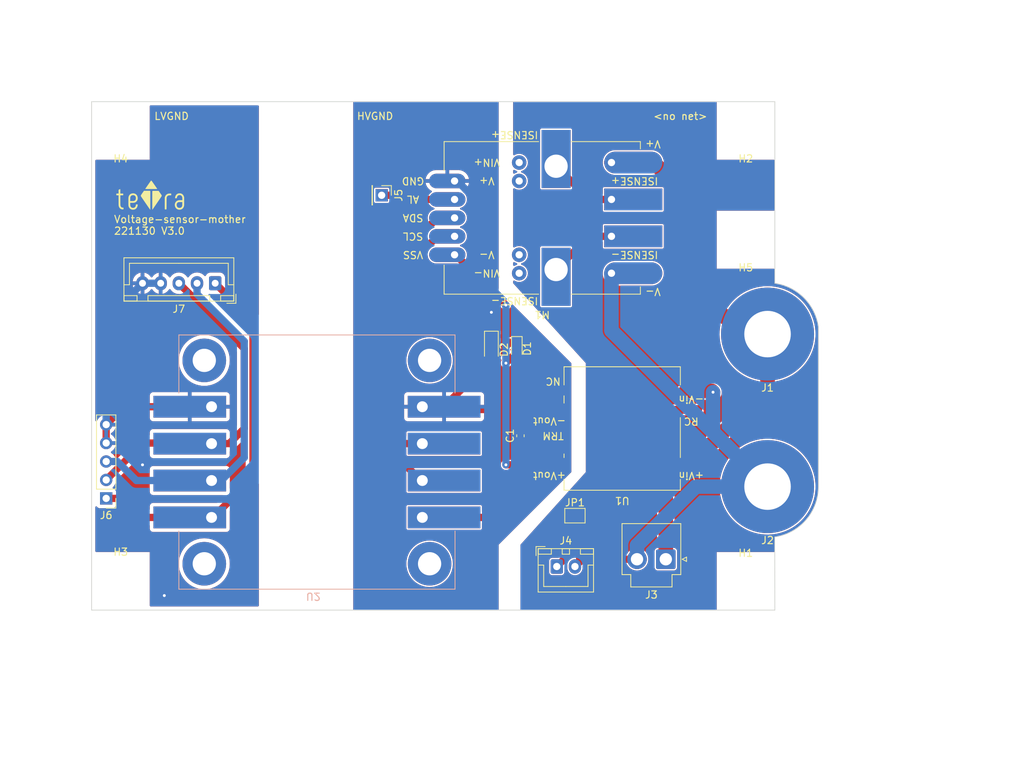
<source format=kicad_pcb>
(kicad_pcb (version 20211014) (generator pcbnew)
  (title_block (title "Voltage sensor mother board") (date "2022-11-30") (rev "3.0") (company "teTra Aviaiton Corp.") (comment 1 "v1.2: fix AE-ADuM1250 size") (comment 2 "v1.3: fit connection motorcapacitorboard") (comment 3 "v2.0: add LED and capacitor") (comment 4 "v2.1: fix edge cut 100.1 -> 100") (comment 5 "v3.0: flip AE-Adum1250 module, side1 and side2"))
  (layers (0 "F.Cu" signal) (31 "B.Cu" signal) (34 "B.Paste" user) (35 "F.Paste" user) (36 "B.SilkS" user "B.Silkscreen") (37 "F.SilkS" user "F.Silkscreen") (38 "B.Mask" user) (39 "F.Mask" user) (44 "Edge.Cuts" user))
  (net 0 "")
  (net 1 "VBAT+")
  (net 2 "VBAT-")
  (net 3 "Net-(J4-Pad1)")
  (net 4 "Net-(J5-Pad1)")
  (net 5 "Net-(J6-Pad1)")
  (net 6 "Net-(J6-Pad2)")
  (net 7 "Net-(J6-Pad3)")
  (net 8 "Net-(C1-Pad1)")
  (net 9 "Net-(M1-Pad2)")
  (net 10 "Net-(M1-Pad3)")
  (net 11 "unconnected-(M1-Pad7)")
  (net 12 "unconnected-(M1-Pad8)")
  (net 15 "LVGND")
  (net 16 "HVGND")
  (net 17 "Net-(D1-Pad1)")
  (footprint "MountingHole:MountingHole_3.2mm_M3_ISO7380" (layer "F.Cu") (at 140 54 180)
    (fp_text reference "H2" (at 0 -3.85) (layer "F.SilkS"))
    (fp_text value "MountingHole")
    (pad "" np_thru_hole circle locked (at 0 0 180) (size 3.2 3.2) (drill 3.2) (layers *.Cu *.Mask))
  )
  (footprint "Connector_PinHeader_2.54mm:PinHeader_1x05_P2.54mm_Vertical" (layer "F.Cu") (at 52 104.62 180)
    (fp_text reference "J6" (at 0 -2.33) (layer "F.SilkS"))
    (fp_text value "Conn_01x05_Female")
    (pad "1" thru_hole rect locked (at 0 0 180) (size 1.7 1.7) (drill 1) (layers *.Cu *.Mask) (net 5 "Net-(J6-Pad1)"))
    (pad "2" thru_hole oval locked (at 0 2.54 180) (size 1.7 1.7) (drill 1) (layers *.Cu *.Mask) (net 6 "Net-(J6-Pad2)"))
    (pad "3" thru_hole oval locked (at 0 5.08 180) (size 1.7 1.7) (drill 1) (layers *.Cu *.Mask) (net 7 "Net-(J6-Pad3)"))
    (pad "4" thru_hole oval locked (at 0 7.62 180) (size 1.7 1.7) (drill 1) (layers *.Cu *.Mask) (net 15 "LVGND"))
    (pad "5" thru_hole oval locked (at 0 10.16 180) (size 1.7 1.7) (drill 1) (layers *.Cu *.Mask) (net 15 "LVGND"))
  )
  (footprint "MountingHole:MountingHole_3.2mm_M3_ISO7380" (layer "F.Cu") (at 140 69 180)
    (fp_text reference "H5" (at 0 -3.85) (layer "F.SilkS"))
    (fp_text value "MountingHole")
    (pad "" np_thru_hole circle locked (at 0 0 180) (size 3.2 3.2) (drill 3.2) (layers *.Cu *.Mask))
  )
  (footprint "kicad_teTra_footprint:INA238_module" (layer "F.Cu") (at 112 66 180)
    (fp_text reference "M1" (at 0 -13.335 180 unlocked) (layer "F.SilkS"))
    (fp_text value "INA238_module")
    (fp_text user "VSS" (at 17.78 -5.08 180 unlocked) (layer "F.SilkS"))
    (fp_text user "V-" (at 7.62 -5.08 180 unlocked) (layer "F.SilkS"))
    (fp_text user "GND" (at 17.78 5.08 180 unlocked) (layer "F.SilkS"))
    (fp_text user "ISENSE-" (at -12.7 -5.08 180 unlocked) (layer "F.SilkS"))
    (fp_text user "ISENSE+" (at 3.81 11.43 180 unlocked) (layer "F.SilkS"))
    (fp_text user "VIN-" (at 7.62 -7.62 180 unlocked) (layer "F.SilkS"))
    (fp_text user "V+" (at -15.24 10.16 180 unlocked) (layer "F.SilkS"))
    (fp_text user "SCL" (at 17.78 -2.54 180 unlocked) (layer "F.SilkS"))
    (fp_text user "VIN+" (at 7.62 7.62 180 unlocked) (layer "F.SilkS"))
    (fp_text user "ISENSE-" (at 3.81 -11.43 180 unlocked) (layer "F.SilkS"))
    (fp_text user "ISENSE+" (at -12.7 5.08 180 unlocked) (layer "F.SilkS"))
    (fp_text user "SDA" (at 17.78 0 180 unlocked) (layer "F.SilkS"))
    (fp_text user "V-" (at -15.24 -10.16 180 unlocked) (layer "F.SilkS"))
    (fp_text user "AL" (at 17.78 2.54 180 unlocked) (layer "F.SilkS"))
    (fp_text user "V+" (at 7.62 5.08 180 unlocked) (layer "F.SilkS"))
    (pad "" thru_hole circle (at 3.175 5.08 180) (size 2 2) (drill 1) (layers *.Cu *.Mask))
    (pad "" thru_hole circle (at 3.175 -7.62 180) (size 2 2) (drill 1) (layers *.Cu *.Mask))
    (pad "" thru_hole circle (at 3.175 -5.08 180) (size 2 2) (drill 1) (layers *.Cu *.Mask))
    (pad "" thru_hole circle (at 3.175 7.62 180) (size 2 2) (drill 1) (layers *.Cu *.Mask))
    (pad "1" thru_hole oval (at 12.065 -5.08 180) (size 5 2) (drill 1 (offset 1 0)) (layers *.Cu *.Mask) (net 8 "Net-(C1-Pad1)"))
    (pad "2" thru_hole oval (at 12.065 -2.54 180) (size 5 2) (drill 1 (offset 1 0)) (layers *.Cu *.Mask) (net 9 "Net-(M1-Pad2)"))
    (pad "3" thru_hole oval (at 12.065 0 180) (size 5 2) (drill 1 (offset 1 0)) (layers *.Cu *.Mask) (net 10 "Net-(M1-Pad3)"))
    (pad "4" thru_hole oval (at 12.065 2.54 180) (size 5 2) (drill 1 (offset 1 0)) (layers *.Cu *.Mask) (net 4 "Net-(J5-Pad1)"))
    (pad "5" thru_hole oval (at 12.065 5.08 180) (size 5 2) (drill 1 (offset 1 0)) (layers *.Cu *.Mask) (net 16 "HVGND"))
    (pad "6" thru_hole oval (at -9.525 -7.62 180) (size 8 3) (drill 1 (offset -3 0)) (layers *.Cu *.Mask) (net 2 "VBAT-"))
    (pad "7" thru_hole rect (at -1.905 -7.112 180) (size 4 8) (drill 3.2 (offset 0 -1)) (layers *.Cu *.Mask) (net 11 "unconnected-(M1-Pad7)"))
    (pad "7" thru_hole rect (at -9.525 -2.54 180) (size 8 3) (drill 1 (offset -3 0)) (layers *.Cu *.Mask) (net 11 "unconnected-(M1-Pad7)"))
    (pad "8" thru_hole rect (at -9.525 2.54 180) (size 8 3) (drill 1 (offset -3 0)) (layers *.Cu *.Mask) (net 12 "unconnected-(M1-Pad8)"))
    (pad "8" thru_hole rect (at -1.905 7.112 180) (size 4 8) (drill 3.2 (offset 0 1)) (layers *.Cu *.Mask) (net 12 "unconnected-(M1-Pad8)"))
    (pad "9" thru_hole oval (at -9.525 7.62 180) (size 8 3) (drill 1 (offset -3 0)) (layers *.Cu *.Mask) (net 1 "VBAT+"))
  )
  (footprint "Connector_PinHeader_2.54mm:PinHeader_1x01_P2.54mm_Vertical" (layer "F.Cu") (at 89.905 62.888 -90)
    (fp_text reference "J5" (at 0 -2.33 90) (layer "F.SilkS"))
    (fp_text value "Conn_01x01_Female")
    (pad "1" thru_hole rect locked (at 0 0 270) (size 1.7 1.7) (drill 1) (layers *.Cu *.Mask) (net 4 "Net-(J5-Pad1)"))
  )
  (footprint "Connector_JST:JST_VH_B2P-VH-B_1x02_P3.96mm_Vertical" (layer "F.Cu") (at 129 113 180)
    (fp_text reference "J3" (at 1.98 -4.9) (layer "F.SilkS"))
    (fp_text value "Conn_01x02_Male")
    (pad "1" thru_hole roundrect locked (at 0 0 180) (size 2.7 2.7) (drill 1.7) (layers *.Cu *.Mask) (roundrect_rratio 0.09259296296) (net 1 "VBAT+"))
    (pad "2" thru_hole circle locked (at 3.96 0 180) (size 2.7 2.7) (drill 1.7) (layers *.Cu *.Mask) (net 2 "VBAT-"))
  )
  (footprint "kicad_teTra_footprint:CC1R5-4803SR-E" (layer "F.Cu") (at 123 100 180)
    (fp_text reference "U1" (at 0 -4.95 180 unlocked) (layer "F.SilkS"))
    (fp_text value "CC1R5-xxxxSx-E")
    (fp_text user "NC" (at 9.5 11.5 180 unlocked) (layer "F.SilkS"))
    (fp_text user "-Vin" (at -9.5 9 180 unlocked) (layer "F.SilkS"))
    (fp_text user "RC" (at -9.5 6 180 unlocked) (layer "F.SilkS"))
    (fp_text user "-Vout" (at 10 6 180 unlocked) (layer "F.SilkS"))
    (fp_text user "TRM" (at 9.5 4 180 unlocked) (layer "F.SilkS"))
    (fp_text user "+Vout" (at 10 -1.5 180 unlocked) (layer "F.SilkS"))
    (fp_text user "+Vin" (at -9.5 -1.5 180 unlocked) (layer "F.SilkS"))
    (pad "1" smd roundrect (at -9.4 0 180) (size 3.2 1.2) (layers "F.Cu" "F.Paste" "F.Mask") (net 1 "VBAT+"))
    (pad "2" smd roundrect (at -9.4 7.62 180) (size 3.2 1.2) (layers "F.Cu" "F.Paste" "F.Mask") (net 3 "Net-(J4-Pad1)"))
    (pad "3" smd roundrect (at -9.4 10.16 180) (size 3.2 1.2) (layers "F.Cu" "F.Paste" "F.Mask") (net 2 "VBAT-"))
    (pad "4" smd roundrect (at 9.4 10.16 180) (size 3.2 1.2) (layers "F.Cu" "F.Paste" "F.Mask"))
    (pad "5" smd roundrect (at 9.4 7.62 180) (size 3.2 1.2) (layers "F.Cu" "F.Paste" "F.Mask") (net 16 "HVGND"))
    (pad "6" smd roundrect (at 9.4 2.54 180) (size 3.2 1.2) (layers "F.Cu" "F.Paste" "F.Mask"))
    (pad "7" smd roundrect (at 9.4 0 180) (size 3.2 1.2) (layers "F.Cu" "F.Paste" "F.Mask") (net 8 "Net-(C1-Pad1)"))
  )
  (footprint "LED_SMD:LED_0603_1608Metric_Pad1.05x0.95mm_HandSolder" (layer "F.Cu") (at 108.5 84 -90)
    (fp_text reference "D1" (at 0 -1.43 90) (layer "F.SilkS"))
    (fp_text value "LED (Y/G)")
    (pad "1" smd roundrect locked (at -0.875 0 270) (size 1.05 0.95) (layers "F.Cu" "F.Paste" "F.Mask") (net 17 "Net-(D1-Pad1)"))
    (pad "2" smd roundrect locked (at 0.875 0 270) (size 1.05 0.95) (layers "F.Cu" "F.Paste" "F.Mask") (net 8 "Net-(C1-Pad1)"))
  )
  (footprint "MountingHole:MountingHole_6.4mm_M6_Pad_TopBottom" (layer "F.Cu") (at 143 103 180)
    (fp_text reference "J2" (at 0 -7.4) (layer "F.SilkS"))
    (fp_text value "Conn_01x01_Female_M6_hole")
    (pad "1" connect circle locked (at 0 0 180) (size 12.8 12.8) (layers "B.Cu" "B.Mask") (net 2 "VBAT-"))
    (pad "1" connect circle locked (at 0 0 180) (size 12.8 12.8) (layers "F.Cu" "F.Mask") (net 2 "VBAT-"))
    (pad "1" thru_hole circle locked (at 0 0 180) (size 6.8 6.8) (drill 6.4) (layers *.Cu *.Mask) (net 2 "VBAT-"))
  )
  (footprint "Connector_JST:JST_XH_B2B-XH-A_1x02_P2.50mm_Vertical" (layer "F.Cu") (at 114 114)
    (fp_text reference "J4" (at 1.25 -3.55) (layer "F.SilkS"))
    (fp_text value "Conn_01x02_Female")
    (pad "1" thru_hole roundrect locked (at 0 0) (size 1.7 2) (drill 1) (layers *.Cu *.Mask) (roundrect_rratio 0.1470588235) (net 3 "Net-(J4-Pad1)"))
    (pad "2" thru_hole oval locked (at 2.5 0) (size 1.7 2) (drill 1) (layers *.Cu *.Mask) (net 2 "VBAT-"))
  )
  (footprint "MountingHole:MountingHole_3.2mm_M3_ISO7380" (layer "F.Cu") (at 140 116)
    (fp_text reference "H1" (at 0 -3.85) (layer "F.SilkS"))
    (fp_text value "MountingHole")
    (pad "" np_thru_hole circle locked (at 0 0) (size 3.2 3.2) (drill 3.2) (layers *.Cu *.Mask))
  )
  (footprint "MountingHole:MountingHole_6.4mm_M6_Pad_TopBottom" (layer "F.Cu") (at 143 82 180)
    (fp_text reference "J1" (at 0 -7.4) (layer "F.SilkS"))
    (fp_text value "Conn_01x01_Female_M6_hole")
    (pad "1" connect circle locked (at 0 0 180) (size 12.8 12.8) (layers "F.Cu" "F.Mask") (net 1 "VBAT+"))
    (pad "1" thru_hole circle locked (at 0 0 180) (size 6.8 6.8) (drill 6.4) (layers *.Cu *.Mask) (net 1 "VBAT+"))
    (pad "1" connect circle locked (at 0 0 180) (size 12.8 12.8) (layers "B.Cu" "B.Mask") (net 1 "VBAT+"))
  )
  (footprint "kicad_teTra_footprint:CRD_S_Series" (layer "F.Cu") (at 105 84 -90)
    (fp_text reference "D2" (at 0.15 -1.75 90) (layer "F.SilkS"))
    (fp_text value "D")
    (pad "1" smd rect (at -1.7 0 270) (size 1.2 1.6) (layers "F.Cu" "F.Paste" "F.Mask") (net 16 "HVGND"))
    (pad "2" smd rect (at 1.7 0 270) (size 1.2 1.6) (layers "F.Cu" "F.Paste" "F.Mask") (net 17 "Net-(D1-Pad1)"))
  )
  (footprint "MountingHole:MountingHole_3.2mm_M3_ISO7380" (layer "F.Cu") (at 54 54 180)
    (fp_text reference "H4" (at 0 -3.85) (layer "F.SilkS"))
    (fp_text value "MountingHole")
    (pad "" np_thru_hole circle locked (at 0 0 180) (size 3.2 3.2) (drill 3.2) (layers *.Cu *.Mask))
  )
  (footprint "kicad_teTra_footprint:teTra-logo" (layer "F.Cu") (at 58 64)
    (fp_text reference "L1" hide)
    (fp_text value "Logo" hide)
  )
  (footprint "Jumper:SolderJumper-2_P1.3mm_Open_Pad1.0x1.5mm" (layer "F.Cu") (at 116.5 107)
    (fp_text reference "JP1" (at 0 -1.8) (layer "F.SilkS"))
    (fp_text value "SolderJumper_2_Open")
    (pad "1" smd rect locked (at -0.65 0) (size 1 1.5) (layers "F.Cu" "F.Mask") (net 3 "Net-(J4-Pad1)"))
    (pad "2" smd rect locked (at 0.65 0) (size 1 1.5) (layers "F.Cu" "F.Mask") (net 2 "VBAT-"))
  )
  (footprint "MountingHole:MountingHole_3.2mm_M3_ISO7380" (layer "F.Cu") (at 54 116 180)
    (fp_text reference "H3" (at 0 4) (layer "F.SilkS"))
    (fp_text value "MountingHole")
    (pad "" np_thru_hole circle locked (at 0 0 180) (size 3.2 3.2) (drill 3.2) (layers *.Cu *.Mask))
  )
  (footprint "Capacitor_SMD:C_0603_1608Metric_Pad1.08x0.95mm_HandSolder" (layer "F.Cu") (at 109 96 90)
    (fp_text reference "C1" (at 0 -1.43 90) (layer "F.SilkS"))
    (fp_text value "1608, 0.1uF")
    (pad "1" smd roundrect locked (at -0.8625 0 90) (size 1.075 0.95) (layers "F.Cu" "F.Paste" "F.Mask") (net 8 "Net-(C1-Pad1)"))
    (pad "2" smd roundrect locked (at 0.8625 0 90) (size 1.075 0.95) (layers "F.Cu" "F.Paste" "F.Mask") (net 16 "HVGND"))
  )
  (footprint "Connector_JST:JST_XH_B5B-XH-A_1x05_P2.50mm_Vertical" (layer "F.Cu") (at 67 75 180)
    (fp_text reference "J7" (at 5 -3.55) (layer "F.SilkS"))
    (fp_text value "Conn_01x05_Female")
    (pad "1" thru_hole roundrect locked (at 0 0 180) (size 1.7 1.95) (drill 0.95) (layers *.Cu *.Mask) (roundrect_rratio 0.1470588235) (net 5 "Net-(J6-Pad1)"))
    (pad "2" thru_hole oval locked (at 2.5 0 180) (size 1.7 1.95) (drill 0.95) (layers *.Cu *.Mask) (net 7 "Net-(J6-Pad3)"))
    (pad "3" thru_hole oval locked (at 5 0 180) (size 1.7 1.95) (drill 0.95) (layers *.Cu *.Mask) (net 6 "Net-(J6-Pad2)"))
    (pad "4" thru_hole oval locked (at 7.5 0 180) (size 1.7 1.95) (drill 0.95) (layers *.Cu *.Mask) (net 15 "LVGND"))
    (pad "5" thru_hole oval locked (at 10 0 180) (size 1.7 1.95) (drill 0.95) (layers *.Cu *.Mask) (net 15 "LVGND"))
  )
  (footprint "kicad_teTra_footprint:AE-ADuM1250_module" (layer "B.Cu") (at 81 99.62)
    (fp_text reference "U2" (at -0.5 18.5 180 unlocked) (layer "B.SilkS") (effects (justify mirror)))
    (fp_text value "AE-ADuM1250_module")
    (pad "" thru_hole circle (at 15.5 -14) (size 6 6) (drill 3.2) (layers *.Cu *.Mask))
    (pad "" thru_hole circle (at -15.5 14) (size 6 6) (drill 3.2) (layers *.Cu *.Mask))
    (pad "" thru_hole circle (at 15.5 14) (size 6 6) (drill 3.2) (layers *.Cu *.Mask))
    (pad "" thru_hole circle (at -15.5 -14) (size 6 6) (drill 3.2) (layers *.Cu *.Mask))
    (pad "1" thru_hole rect (at -14.5 7.62) (size 10 3) (drill 1.5 (offset -3 0)) (layers *.Cu *.Mask) (net 5 "Net-(J6-Pad1)"))
    (pad "2" thru_hole rect (at -14.5 2.54) (size 10 3) (drill 1.5 (offset -3 0)) (layers *.Cu *.Mask) (net 7 "Net-(J6-Pad3)"))
    (pad "3" thru_hole rect (at -14.5 -2.54) (size 10 3) (drill 1.5 (offset -3 0)) (layers *.Cu *.Mask) (net 6 "Net-(J6-Pad2)"))
    (pad "4" thru_hole rect (at -14.5 -7.62) (size 10 3) (drill 1.5 (offset -3 0)) (layers *.Cu *.Mask) (net 15 "LVGND"))
    (pad "5" thru_hole rect (at 14.5 7.62) (size 10 3) (drill 1.5 (offset 3 0)) (layers *.Cu *.Mask) (net 8 "Net-(C1-Pad1)"))
    (pad "6" thru_hole rect (at 14.5 2.54) (size 10 3) (drill 1.5 (offset 3 0)) (layers *.Cu *.Mask) (net 10 "Net-(M1-Pad3)"))
    (pad "7" thru_hole rect (at 14.5 -2.54) (size 10 3) (drill 1.5 (offset 3 0)) (layers *.Cu *.Mask) (net 9 "Net-(M1-Pad2)"))
    (pad "8" thru_hole rect (at 14.5 -7.62) (size 10 3) (drill 1.5 (offset 3 0)) (layers *.Cu *.Mask) (net 16 "HVGND"))
  )
  (gr_arc (start 144 75.000002) (mid 147.999999 77.000001) (end 149.999998 81) (layer "Edge.Cuts") (width 0.1))
  (gr_line (start 144 50) (end 50 50) (layer "Edge.Cuts") (width 0.1))
  (gr_line (start 143.989949 109.929646) (end 144 120) (layer "Edge.Cuts") (width 0.1))
  (gr_line (start 50 50) (end 50 120) (layer "Edge.Cuts") (width 0.1))
  (gr_line (start 150 81) (end 150 103) (layer "Edge.Cuts") (width 0.1))
  (gr_line (start 144 75.000001) (end 144 50) (layer "Edge.Cuts") (width 0.1))
  (gr_arc (start 150 103) (mid 148.288177 107.586412) (end 143.989949 109.929647) (layer "Edge.Cuts") (width 0.1))
  (gr_line (start 50 120) (end 144 120) (layer "Edge.Cuts") (width 0.1))
  (gr_text "HVGND" (at 89 52) (layer "F.SilkS") (effects (font (size 1 1))))
  (gr_text "<no net>" (at 131 52) (layer "F.SilkS") (effects (font (size 1 1))))
  (gr_text "LVGND" (at 61 52) (layer "F.SilkS") (effects (font (size 1 1))))
  (gr_text "Voltage-sensor-mother\n221130 V3.0" (at 53 67) (layer "F.SilkS") (effects (font (size 1 1)) (justify left)))
  (segment (start 129 113) (end 129 103.4) (width 2) (layer "F.Cu") (net 1))
  (segment (start 129 103.4) (end 132.4 100) (width 2) (layer "F.Cu") (net 1))
  (segment (start 139.5 82) (end 143 82) (width 2) (layer "F.Cu") (net 1))
  (segment (start 143 89.4) (end 132.4 100) (width 2) (layer "F.Cu") (net 1))
  (segment (start 121.525 58.38) (end 127.344022 58.38) (width 2) (layer "F.Cu") (net 1))
  (segment (start 133.5 64.535978) (end 133.5 76) (width 2) (layer "F.Cu") (net 1))
  (segment (start 133.5 76) (end 139.5 82) (width 2) (layer "F.Cu") (net 1))
  (segment (start 127.344022 58.38) (end 133.5 64.535978) (width 2) (layer "F.Cu") (net 1))
  (segment (start 143 82) (end 143 89.4) (width 2) (layer "F.Cu") (net 1))
  (segment (start 117.15 107) (end 117.15 113.35) (width 1) (layer "F.Cu") (net 2))
  (segment (start 132.4 89.84) (end 135.34 89.84) (width 2) (layer "F.Cu") (net 2))
  (segment (start 135.34 89.84) (end 135.5 90) (width 2) (layer "F.Cu") (net 2))
  (segment (start 125.04 113) (end 117.5 113) (width 1) (layer "F.Cu") (net 2))
  (segment (start 117.15 113.35) (end 116.5 114) (width 1) (layer "F.Cu") (net 2))
  (segment (start 117.5 113) (end 116.5 114) (width 1) (layer "F.Cu") (net 2))
  (via (at 135.5 90) (size 0.8) (drill 0.4) (layers "F.Cu" "B.Cu") (net 2))
  (segment (start 125.04 111.090812) (end 133.130812 103) (width 2) (layer "B.Cu") (net 2))
  (segment (start 135.5 95.5) (end 143 103) (width 2) (layer "B.Cu") (net 2))
  (segment (start 143 103) (end 121.525 81.525) (width 2) (layer "B.Cu") (net 2))
  (segment (start 125.04 113) (end 125.04 111.090812) (width 2) (layer "B.Cu") (net 2))
  (segment (start 135.5 90) (end 135.5 95.5) (width 2) (layer "B.Cu") (net 2))
  (segment (start 121.525 81.525) (end 121.525 73.62) (width 2) (layer "B.Cu") (net 2))
  (segment (start 133.130812 103) (end 143 103) (width 2) (layer "B.Cu") (net 2))
  (segment (start 129.120978 92.38) (end 115.85 105.650978) (width 1) (layer "F.Cu") (net 3))
  (segment (start 132.4 92.38) (end 129.120978 92.38) (width 1) (layer "F.Cu") (net 3))
  (segment (start 115.85 105.650978) (end 115.85 107) (width 1) (layer "F.Cu") (net 3))
  (segment (start 115.85 107) (end 115.85 112.15) (width 1) (layer "F.Cu") (net 3))
  (segment (start 115.85 112.15) (end 114 114) (width 1) (layer "F.Cu") (net 3))
  (segment (start 93.888 62.888) (end 89.905 62.888) (width 1) (layer "F.Cu") (net 4))
  (segment (start 94.46 63.46) (end 93.888 62.888) (width 1) (layer "F.Cu") (net 4))
  (segment (start 99.935 63.46) (end 94.46 63.46) (width 1) (layer "F.Cu") (net 4))
  (segment (start 72.19952 101.74048) (end 66.7 107.24) (width 1) (layer "F.Cu") (net 5))
  (segment (start 72.19952 80.19952) (end 72.19952 101.74048) (width 1) (layer "F.Cu") (net 5))
  (segment (start 67 75) (end 72.19952 80.19952) (width 1) (layer "F.Cu") (net 5))
  (segment (start 52 104.62) (end 54.62 104.62) (width 1) (layer "F.Cu") (net 5))
  (segment (start 54.62 104.62) (end 57.24 107.24) (width 1) (layer "F.Cu") (net 5))
  (segment (start 57.24 107.24) (end 66.7 107.24) (width 1) (layer "F.Cu") (net 5))
  (segment (start 52 102.08) (end 57.08 97) (width 1) (layer "F.Cu") (net 6))
  (segment (start 62 75) (end 71 84) (width 1) (layer "F.Cu") (net 6))
  (segment (start 71 95) (end 68.92 97.08) (width 1) (layer "F.Cu") (net 6))
  (segment (start 66.62 97) (end 66.7 97.08) (width 1) (layer "F.Cu") (net 6))
  (segment (start 57.08 97) (end 66.62 97) (width 1) (layer "F.Cu") (net 6))
  (segment (start 71 84) (end 71 95) (width 1) (layer "F.Cu") (net 6))
  (segment (start 68.92 97.08) (end 66.7 97.08) (width 1) (layer "F.Cu") (net 6))
  (segment (start 53.54 99.54) (end 56.16 102.16) (width 1) (layer "B.Cu") (net 7))
  (segment (start 71 99) (end 67.84 102.16) (width 1) (layer "B.Cu") (net 7))
  (segment (start 71 83) (end 71 99) (width 1) (layer "B.Cu") (net 7))
  (segment (start 56.16 102.16) (end 66.7 102.16) (width 1) (layer "B.Cu") (net 7))
  (segment (start 64.5 76.5) (end 71 83) (width 1) (layer "B.Cu") (net 7))
  (segment (start 52 99.54) (end 53.54 99.54) (width 1) (layer "B.Cu") (net 7))
  (segment (start 67.84 102.16) (end 66.7 102.16) (width 1) (layer "B.Cu") (net 7))
  (segment (start 64.5 75) (end 64.5 76.5) (width 1) (layer "B.Cu") (net 7))
  (segment (start 112.1375 100) (end 113.6 100) (width 1) (layer "F.Cu") (net 8))
  (segment (start 108.5 84.875) (end 108.125 84.875) (width 1) (layer "F.Cu") (net 8))
  (segment (start 106.36 107.24) (end 95.5 107.24) (width 1) (layer "F.Cu") (net 8))
  (segment (start 107 100) (end 113.6 100) (width 1) (layer "F.Cu") (net 8))
  (segment (start 100.08 71.08) (end 107 78) (width 1) (layer "F.Cu") (net 8))
  (segment (start 109 96.8625) (end 112.1375 100) (width 1) (layer "F.Cu") (net 8))
  (segment (start 108.125 84.875) (end 107 86) (width 1) (layer "F.Cu") (net 8))
  (segment (start 113.6 100) (end 106.36 107.24) (width 1) (layer "F.Cu") (net 8))
  (segment (start 99.935 71.08) (end 100.08 71.08) (width 1) (layer "F.Cu") (net 8))
  (via (at 107 86) (size 0.8) (drill 0.4) (layers "F.Cu" "B.Cu") (net 8))
  (via (at 107 78) (size 0.8) (drill 0.4) (layers "F.Cu" "B.Cu") (net 8))
  (via (at 107 100) (size 0.8) (drill 0.4) (layers "F.Cu" "B.Cu") (net 8))
  (segment (start 107 86) (end 107 100) (width 1) (layer "B.Cu") (net 8))
  (segment (start 107 78) (end 107 86) (width 1) (layer "B.Cu") (net 8))
  (segment (start 99.935 68.54) (end 97.571516 68.54) (width 1) (layer "F.Cu") (net 9))
  (segment (start 91 75.111516) (end 91 95) (width 1) (layer "F.Cu") (net 9))
  (segment (start 97.571516 68.54) (end 91 75.111516) (width 1) (layer "F.Cu") (net 9))
  (segment (start 91 95) (end 93.08 97.08) (width 1) (layer "F.Cu") (net 9))
  (segment (start 93.08 97.08) (end 95.3 97.08) (width 1) (layer "F.Cu") (net 9))
  (segment (start 89.80048 96.66048) (end 95.3 102.16) (width 1) (layer "F.Cu") (net 10))
  (segment (start 89.80048 73.771036) (end 89.80048 96.66048) (width 1) (layer "F.Cu") (net 10))
  (segment (start 99.935 66) (end 97.571516 66) (width 1) (layer "F.Cu") (net 10))
  (segment (start 97.571516 66) (end 89.80048 73.771036) (width 1) (layer "F.Cu") (net 10))
  (segment (start 121.525 68.54) (end 118.477 68.54) (width 1) (layer "F.Cu") (net 11))
  (segment (start 118.477 68.54) (end 113.905 73.112) (width 1) (layer "F.Cu") (net 11))
  (segment (start 118.477 63.46) (end 113.905 58.888) (width 1) (layer "F.Cu") (net 12))
  (segment (start 121.525 63.46) (end 118.477 63.46) (width 1) (layer "F.Cu") (net 12))
  (segment (start 54.46 92) (end 66.7 92) (width 1) (layer "F.Cu") (net 15))
  (segment (start 52 97) (end 52 94.46) (width 1) (layer "F.Cu") (net 15))
  (segment (start 52 94.46) (end 54.46 92) (width 1) (layer "F.Cu") (net 15))
  (via (at 60 118) (size 0.8) (drill 0.4) (layers "F.Cu" "B.Cu") (net 15))
  (via (at 57 100) (size 0.8) (drill 0.4) (layers "F.Cu" "B.Cu") (net 15))
  (segment (start 52 80) (end 57 75) (width 1) (layer "B.Cu") (net 15))
  (segment (start 57 75) (end 59.5 75) (width 1) (layer "B.Cu") (net 15))
  (segment (start 52 94.46) (end 52 80) (width 1) (layer "B.Cu") (net 15))
  (segment (start 98.5 92) (end 101.5 89) (width 1) (layer "F.Cu") (net 16))
  (segment (start 105 82.3) (end 105 79) (width 1) (layer "F.Cu") (net 16))
  (segment (start 113.6 92.38) (end 109.12 92.38) (width 1) (layer "F.Cu") (net 16))
  (segment (start 109 95.1375) (end 109 92.5) (width 1) (layer "F.Cu") (net 16))
  (segment (start 95.7 91.43) (end 95.13 92) (width 1) (layer "F.Cu") (net 16))
  (segment (start 95.88 92.38) (end 95.5 92) (width 1) (layer "F.Cu") (net 16))
  (segment (start 95.5 92) (end 98.5 92) (width 1) (layer "F.Cu") (net 16))
  (segment (start 109.12 92.38) (end 95.88 92.38) (width 1) (layer "F.Cu") (net 16))
  (segment (start 101.5 89) (end 101.5 85) (width 1) (layer "F.Cu") (net 16))
  (segment (start 101.5 85) (end 104.2 82.3) (width 1) (layer "F.Cu") (net 16))
  (segment (start 109 92.5) (end 109.12 92.38) (width 1) (layer "F.Cu") (net 16))
  (segment (start 104.2 82.3) (end 105 82.3) (width 1) (layer "F.Cu") (net 16))
  (via (at 105 79) (size 0.8) (drill 0.4) (layers "F.Cu" "B.Cu") (net 16))
  (segment (start 105 79) (end 105 65.621516) (width 1) (layer "B.Cu") (net 16))
  (segment (start 99.935 60.92) (end 100.298484 60.92) (width 1) (layer "B.Cu") (net 16))
  (segment (start 105 65.621516) (end 100.298484 60.92) (width 1) (layer "B.Cu") (net 16))
  (segment (start 108.5 83.125) (end 107.575 83.125) (width 1) (layer "F.Cu") (net 17))
  (segment (start 107.575 83.125) (end 105 85.7) (width 1) (layer "F.Cu") (net 17))
  (zone (net 0) (net_name "") (layers F&B.Cu) (connect_pads (clearance 0)) (min_thickness 0.254) (fill yes (thermal_gap 0.508) (thermal_bridge_width 0.508))
    (polygon (pts (xy 150 120) (xy 109 120) (xy 109 111) (xy 118 101) (xy 118 86) (xy 108 75) (xy 108 50) (xy 150 50)))
  )
  (zone (net 0) (net_name "") (layers F&B.Cu) (connect_pads (clearance 0)) (min_thickness 0.254)
    (keepout (tracks allowed) (vias allowed) (pads allowed) (copperpour not_allowed) (footprints allowed))
    (fill (thermal_gap 0.508) (thermal_bridge_width 0.508))
    (polygon (pts (xy 58 58) (xy 50 58) (xy 50 50) (xy 58 50)))
  )
  (zone (net 0) (net_name "") (layers F&B.Cu) (connect_pads (clearance 0)) (min_thickness 0.254)
    (keepout (tracks allowed) (vias allowed) (pads allowed) (copperpour not_allowed) (footprints allowed))
    (fill (thermal_gap 0.508) (thermal_bridge_width 0.508))
    (polygon (pts (xy 58 120) (xy 50 120) (xy 50 112) (xy 58 112)))
  )
  (zone (net 16) (net_name "HVGND") (layers F&B.Cu) (connect_pads (clearance 0)) (min_thickness 0.254) (fill yes (thermal_gap 0.508) (thermal_bridge_width 0.508))
    (polygon (pts (xy 106 76) (xy 116 86) (xy 116 101) (xy 106 111) (xy 106 120) (xy 86 120) (xy 86 50) (xy 106 50)))
  )
  (zone (net 0) (net_name "") (layers F&B.Cu) (connect_pads (clearance 0)) (min_thickness 0.254)
    (keepout (tracks allowed) (vias allowed) (pads allowed) (copperpour not_allowed) (footprints allowed))
    (fill (thermal_gap 0.508) (thermal_bridge_width 0.508))
    (polygon (pts (xy 144 120) (xy 136 120) (xy 136 112) (xy 144 112)))
  )
  (zone (net 0) (net_name "") (layers F&B.Cu) (connect_pads (clearance 0)) (min_thickness 0.254)
    (keepout (tracks not_allowed) (vias not_allowed) (pads not_allowed) (copperpour not_allowed) (footprints allowed))
    (fill (thermal_gap 0.508) (thermal_bridge_width 0.508))
    (polygon (pts (xy 86 120) (xy 73 120) (xy 73 50) (xy 86 50)))
  )
  (zone (net 0) (net_name "") (layers F&B.Cu) (connect_pads (clearance 0)) (min_thickness 0.254)
    (keepout (tracks allowed) (vias allowed) (pads allowed) (copperpour not_allowed) (footprints allowed))
    (fill (thermal_gap 0.508) (thermal_bridge_width 0.508))
    (polygon (pts (xy 144 58) (xy 136 58) (xy 136 50) (xy 144 50)))
  )
  (zone (net 15) (net_name "LVGND") (layers F&B.Cu) (connect_pads (clearance 0.508)) (min_thickness 0.254) (fill yes (thermal_gap 0.508) (thermal_bridge_width 0.508))
    (polygon (pts (xy 73 120) (xy 50 120) (xy 50 50) (xy 73 50)))
  )
  (zone (net 0) (net_name "") (layers F&B.Cu) (connect_pads (clearance 0)) (min_thickness 0.254)
    (keepout (tracks allowed) (vias allowed) (pads allowed) (copperpour not_allowed) (footprints allowed))
    (fill (thermal_gap 0.508) (thermal_bridge_width 0.508))
    (polygon (pts (xy 144 73) (xy 136 73) (xy 136 65) (xy 144 65)))
  )
)
</source>
